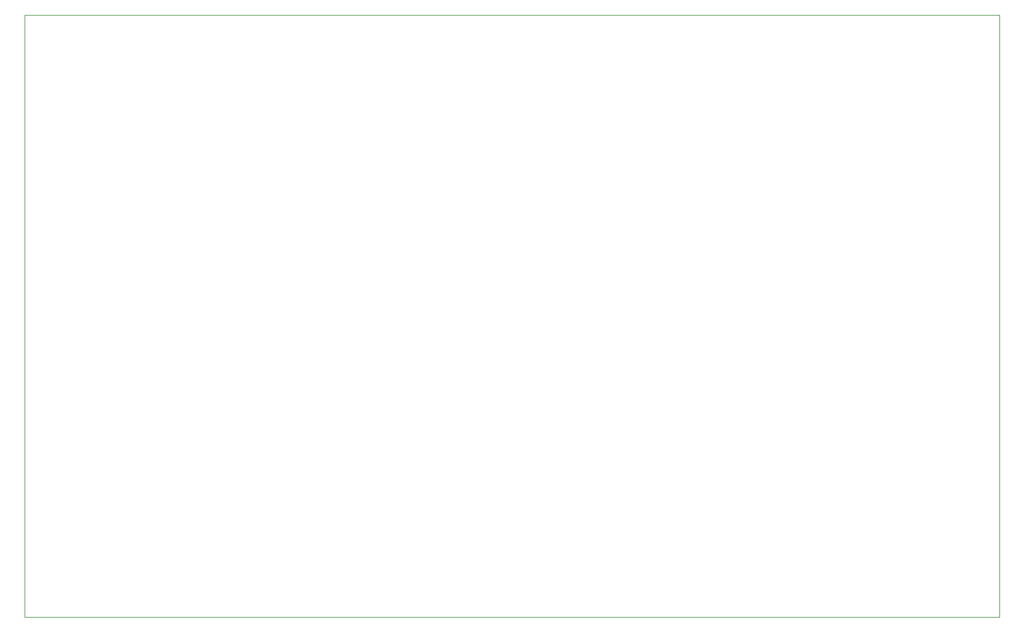
<source format=gbr>
G04*
G04 #@! TF.GenerationSoftware,Altium Limited,Altium Designer,24.1.2 (44)*
G04*
G04 Layer_Color=0*
%FSLAX44Y44*%
%MOMM*%
G71*
G04*
G04 #@! TF.SameCoordinates,0D7877E6-725A-4D16-A8B8-B6347F423BC3*
G04*
G04*
G04 #@! TF.FilePolarity,Positive*
G04*
G01*
G75*
%ADD51C,0.0254*%
D51*
X-1000Y0D02*
X1375000D01*
Y850000D01*
X-1000D01*
Y0D01*
M02*

</source>
